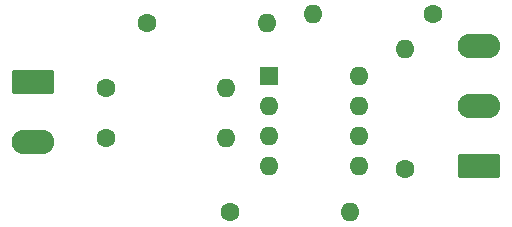
<source format=gbr>
%TF.GenerationSoftware,KiCad,Pcbnew,8.99.0-unknown-5d7942a45f~181~ubuntu24.04.1*%
%TF.CreationDate,2024-12-03T15:17:09+01:00*%
%TF.ProjectId,she_diffVerst,7368655f-6469-4666-9656-657273742e6b,rev?*%
%TF.SameCoordinates,Original*%
%TF.FileFunction,Copper,L1,Top*%
%TF.FilePolarity,Positive*%
%FSLAX46Y46*%
G04 Gerber Fmt 4.6, Leading zero omitted, Abs format (unit mm)*
G04 Created by KiCad (PCBNEW 8.99.0-unknown-5d7942a45f~181~ubuntu24.04.1) date 2024-12-03 15:17:09*
%MOMM*%
%LPD*%
G01*
G04 APERTURE LIST*
G04 Aperture macros list*
%AMRoundRect*
0 Rectangle with rounded corners*
0 $1 Rounding radius*
0 $2 $3 $4 $5 $6 $7 $8 $9 X,Y pos of 4 corners*
0 Add a 4 corners polygon primitive as box body*
4,1,4,$2,$3,$4,$5,$6,$7,$8,$9,$2,$3,0*
0 Add four circle primitives for the rounded corners*
1,1,$1+$1,$2,$3*
1,1,$1+$1,$4,$5*
1,1,$1+$1,$6,$7*
1,1,$1+$1,$8,$9*
0 Add four rect primitives between the rounded corners*
20,1,$1+$1,$2,$3,$4,$5,0*
20,1,$1+$1,$4,$5,$6,$7,0*
20,1,$1+$1,$6,$7,$8,$9,0*
20,1,$1+$1,$8,$9,$2,$3,0*%
G04 Aperture macros list end*
%TA.AperFunction,ComponentPad*%
%ADD10O,3.600000X2.080000*%
%TD*%
%TA.AperFunction,ComponentPad*%
%ADD11RoundRect,0.249999X1.550001X-0.790001X1.550001X0.790001X-1.550001X0.790001X-1.550001X-0.790001X0*%
%TD*%
%TA.AperFunction,ComponentPad*%
%ADD12O,1.600000X1.600000*%
%TD*%
%TA.AperFunction,ComponentPad*%
%ADD13R,1.600000X1.600000*%
%TD*%
%TA.AperFunction,ComponentPad*%
%ADD14RoundRect,0.249999X-1.550001X0.790001X-1.550001X-0.790001X1.550001X-0.790001X1.550001X0.790001X0*%
%TD*%
%TA.AperFunction,ComponentPad*%
%ADD15C,1.600000*%
%TD*%
G04 APERTURE END LIST*
D10*
%TO.P,J2,3,Pin_3*%
%TO.N,VSS*%
X163972500Y-106920000D03*
%TO.P,J2,2,Pin_2*%
%TO.N,U_opv1*%
X163972500Y-112000000D03*
D11*
%TO.P,J2,1,Pin_1*%
%TO.N,GND*%
X163972500Y-117080000D03*
%TD*%
D12*
%TO.P,U1,8,V+*%
%TO.N,VSS*%
X153810000Y-109500000D03*
%TO.P,U1,7*%
%TO.N,U_opv1*%
X153810000Y-112040000D03*
%TO.P,U1,6,-*%
%TO.N,Net-(U1B--)*%
X153810000Y-114580000D03*
%TO.P,U1,5,+*%
%TO.N,U_opv2*%
X153810000Y-117120000D03*
%TO.P,U1,4,V-*%
%TO.N,GND*%
X146190000Y-117120000D03*
%TO.P,U1,3,+*%
%TO.N,Net-(U1A-+)*%
X146190000Y-114580000D03*
%TO.P,U1,2,-*%
%TO.N,Net-(U1A--)*%
X146190000Y-112040000D03*
D13*
%TO.P,U1,1*%
%TO.N,U_opv2*%
X146190000Y-109500000D03*
%TD*%
D14*
%TO.P,J1,1,Pin_1*%
%TO.N,Net-(J1-Pin_1)*%
X126277500Y-109960000D03*
D10*
%TO.P,J1,2,Pin_2*%
%TO.N,Net-(J1-Pin_2)*%
X126277500Y-115040000D03*
%TD*%
D12*
%TO.P,R4,2*%
%TO.N,Net-(U1A--)*%
X153080000Y-121000000D03*
D15*
%TO.P,R4,1*%
%TO.N,GND*%
X142920000Y-121000000D03*
%TD*%
%TO.P,R6,1*%
%TO.N,U_opv1*%
X160080000Y-104250000D03*
D12*
%TO.P,R6,2*%
%TO.N,Net-(U1B--)*%
X149920000Y-104250000D03*
%TD*%
D15*
%TO.P,R5,1*%
%TO.N,GND*%
X157750000Y-117330000D03*
D12*
%TO.P,R5,2*%
%TO.N,Net-(U1B--)*%
X157750000Y-107170000D03*
%TD*%
D15*
%TO.P,R3,1*%
%TO.N,Net-(J1-Pin_1)*%
X132420000Y-110500000D03*
D12*
%TO.P,R3,2*%
%TO.N,Net-(U1A--)*%
X142580000Y-110500000D03*
%TD*%
D15*
%TO.P,R2,1*%
%TO.N,Net-(U1A-+)*%
X135920000Y-105000000D03*
D12*
%TO.P,R2,2*%
%TO.N,U_opv2*%
X146080000Y-105000000D03*
%TD*%
D15*
%TO.P,R1,1*%
%TO.N,Net-(J1-Pin_2)*%
X132420000Y-114750000D03*
D12*
%TO.P,R1,2*%
%TO.N,Net-(U1A-+)*%
X142580000Y-114750000D03*
%TD*%
M02*

</source>
